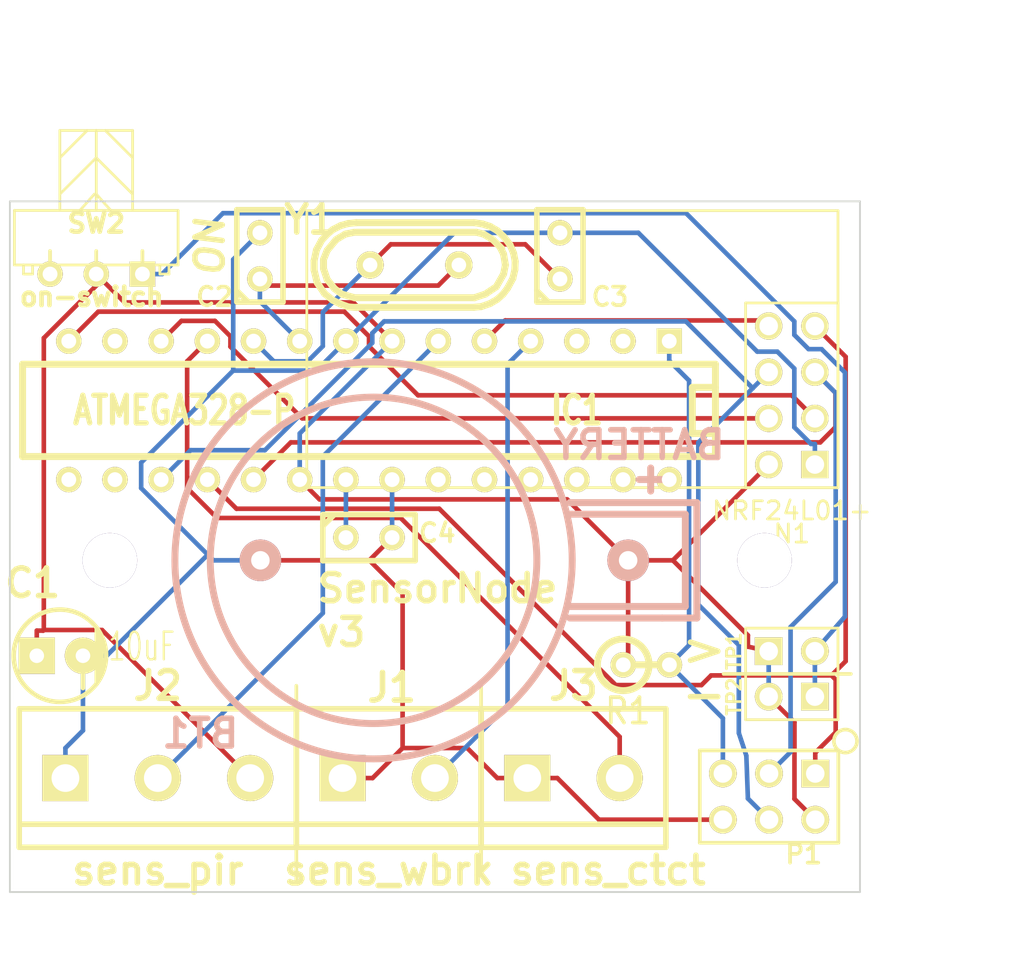
<source format=kicad_pcb>
(kicad_pcb (version 3) (host pcbnew "(2013-12-03 BZR 4520)-product")

  (general
    (links 42)
    (no_connects 0)
    (area 107.850648 22.25 180.150872 72.500001)
    (thickness 1.6)
    (drawings 15)
    (tracks 162)
    (zones 0)
    (modules 18)
    (nets 17)
  )

  (page A4)
  (title_block
    (title SensorNode)
    (rev 3)
    (company cdc)
  )

  (layers
    (15 F.Cu signal)
    (0 B.Cu signal)
    (16 B.Adhes user)
    (17 F.Adhes user)
    (18 B.Paste user)
    (19 F.Paste user)
    (20 B.SilkS user)
    (21 F.SilkS user)
    (22 B.Mask user)
    (23 F.Mask user)
    (26 Eco1.User user)
    (28 Edge.Cuts user)
  )

  (setup
    (last_trace_width 0.254)
    (trace_clearance 0.254)
    (zone_clearance 0.508)
    (zone_45_only no)
    (trace_min 0.254)
    (segment_width 0.2)
    (edge_width 0.1)
    (via_size 0.889)
    (via_drill 0.635)
    (via_min_size 0.889)
    (via_min_drill 0.508)
    (uvia_size 0.508)
    (uvia_drill 0.127)
    (uvias_allowed no)
    (uvia_min_size 0.508)
    (uvia_min_drill 0.127)
    (pcb_text_width 0.3)
    (pcb_text_size 1.5 1.5)
    (mod_edge_width 0.15)
    (mod_text_size 1 1)
    (mod_text_width 0.15)
    (pad_size 1.5 1.5)
    (pad_drill 1.016)
    (pad_to_mask_clearance 0)
    (aux_axis_origin 0 0)
    (visible_elements FFFFFE3F)
    (pcbplotparams
      (layerselection 271613953)
      (usegerberextensions true)
      (excludeedgelayer true)
      (linewidth 0.150000)
      (plotframeref true)
      (viasonmask false)
      (mode 1)
      (useauxorigin true)
      (hpglpennumber 1)
      (hpglpenspeed 20)
      (hpglpendiameter 15)
      (hpglpenoverlay 2)
      (psnegative false)
      (psa4output false)
      (plotreference true)
      (plotvalue true)
      (plotothertext true)
      (plotinvisibletext false)
      (padsonsilk false)
      (subtractmaskfromsilk false)
      (outputformat 1)
      (mirror false)
      (drillshape 0)
      (scaleselection 1)
      (outputdirectory gerbers3))
  )

  (net 0 "")
  (net 1 +3.3V)
  (net 2 GND)
  (net 3 "Net-(C2-Pad1)")
  (net 4 "Net-(C3-Pad1)")
  (net 5 "Net-(C4-Pad1)")
  (net 6 "Net-(IC1-Pad1)")
  (net 7 "Net-(IC1-Pad11)")
  (net 8 "Net-(IC1-Pad12)")
  (net 9 "Net-(IC1-Pad14)")
  (net 10 "Net-(IC1-Pad17)")
  (net 11 "Net-(IC1-Pad18)")
  (net 12 "Net-(IC1-Pad19)")
  (net 13 "Net-(IC1-Pad4)")
  (net 14 "Net-(IC1-Pad5)")
  (net 15 "Net-(IC1-Pad6)")
  (net 16 "Net-(SW2-Pad1)")

  (net_class Default "This is the default net class."
    (clearance 0.254)
    (trace_width 0.254)
    (via_dia 0.889)
    (via_drill 0.635)
    (uvia_dia 0.508)
    (uvia_drill 0.127)
    (add_net "")
    (add_net +3.3V)
    (add_net GND)
    (add_net "Net-(C2-Pad1)")
    (add_net "Net-(C3-Pad1)")
    (add_net "Net-(C4-Pad1)")
    (add_net "Net-(IC1-Pad1)")
    (add_net "Net-(IC1-Pad11)")
    (add_net "Net-(IC1-Pad12)")
    (add_net "Net-(IC1-Pad14)")
    (add_net "Net-(IC1-Pad17)")
    (add_net "Net-(IC1-Pad18)")
    (add_net "Net-(IC1-Pad19)")
    (add_net "Net-(IC1-Pad4)")
    (add_net "Net-(IC1-Pad5)")
    (add_net "Net-(IC1-Pad6)")
    (add_net "Net-(SW2-Pad1)")
  )

  (module Capacitors:CP_5x11mm (layer F.Cu) (tedit 528D4001) (tstamp 528B5FF8)
    (at 122.25 55.5 270)
    (descr "Capacitor, pol, cyl 5x11mm")
    (path /528A62BC)
    (fp_text reference C1 (at -4 1.5 360) (layer F.SilkS)
      (effects (font (thickness 0.3048)))
    )
    (fp_text value 10uF (at -0.5 -4.5 360) (layer F.SilkS)
      (effects (font (size 1.524 1) (thickness 0.125)))
    )
    (fp_line (start 0.889 -1.27) (end 1.778 -1.27) (layer F.SilkS) (width 0.254))
    (fp_line (start 1.016 -2.286) (end -1.016 -2.286) (layer F.SilkS) (width 0.254))
    (fp_line (start -1.016 -2.286) (end -1.016 -2.159) (layer F.SilkS) (width 0.254))
    (fp_line (start -1.016 -2.159) (end 1.016 -2.159) (layer F.SilkS) (width 0.254))
    (fp_line (start -1.524 -2.032) (end 1.524 -2.032) (layer F.SilkS) (width 0.254))
    (fp_circle (center 0 0) (end -2.54 0) (layer F.SilkS) (width 0.254))
    (pad 1 thru_hole rect (at 0 1.27 270) (size 1.99898 1.99898) (drill 0.8001) (layers *.Cu *.Mask F.SilkS)
      (net 1 +3.3V))
    (pad 2 thru_hole circle (at 0 -1.27 270) (size 1.99898 1.99898) (drill 0.8001) (layers *.Cu *.Mask F.SilkS)
      (net 2 GND))
    (model discret/Capacitor/cp_5x11mm.wrl
      (at (xyz 0 0 0))
      (scale (xyz 1 1 1))
      (rotate (xyz 0 0 0))
    )
  )

  (module Discret:C1 (layer F.Cu) (tedit 528D42A6) (tstamp 528B60F4)
    (at 133.25 33.5 90)
    (descr "Condensateur e = 1 pas")
    (tags C)
    (path /52860F2D)
    (fp_text reference C2 (at -2.25 -2.5 180) (layer F.SilkS)
      (effects (font (size 1.016 1.016) (thickness 0.2032)))
    )
    (fp_text value 22pF (at 0 -2.286 90) (layer F.SilkS) hide
      (effects (font (size 1.016 1.016) (thickness 0.2032)))
    )
    (fp_line (start -2.4892 -1.27) (end 2.54 -1.27) (layer F.SilkS) (width 0.3048))
    (fp_line (start 2.54 -1.27) (end 2.54 1.27) (layer F.SilkS) (width 0.3048))
    (fp_line (start 2.54 1.27) (end -2.54 1.27) (layer F.SilkS) (width 0.3048))
    (fp_line (start -2.54 1.27) (end -2.54 -1.27) (layer F.SilkS) (width 0.3048))
    (fp_line (start -2.54 -0.635) (end -1.905 -1.27) (layer F.SilkS) (width 0.3048))
    (pad 1 thru_hole circle (at -1.27 0 90) (size 1.397 1.397) (drill 0.8128) (layers *.Cu *.Mask F.SilkS)
      (net 3 "Net-(C2-Pad1)"))
    (pad 2 thru_hole circle (at 1.27 0 90) (size 1.397 1.397) (drill 0.8128) (layers *.Cu *.Mask F.SilkS)
      (net 2 GND))
    (model discret/capa_1_pas.wrl
      (at (xyz 0 0 0))
      (scale (xyz 1 1 1))
      (rotate (xyz 0 0 0))
    )
  )

  (module Discret:C1 (layer F.Cu) (tedit 528D429B) (tstamp 528A83DC)
    (at 149.75 33.5 90)
    (descr "Condensateur e = 1 pas")
    (tags C)
    (path /52860F41)
    (fp_text reference C3 (at -2.25 2.75 360) (layer F.SilkS)
      (effects (font (size 1.016 1.016) (thickness 0.2032)))
    )
    (fp_text value 22pF (at 0 -2.286 90) (layer F.SilkS) hide
      (effects (font (size 1.016 1.016) (thickness 0.2032)))
    )
    (fp_line (start -2.4892 -1.27) (end 2.54 -1.27) (layer F.SilkS) (width 0.3048))
    (fp_line (start 2.54 -1.27) (end 2.54 1.27) (layer F.SilkS) (width 0.3048))
    (fp_line (start 2.54 1.27) (end -2.54 1.27) (layer F.SilkS) (width 0.3048))
    (fp_line (start -2.54 1.27) (end -2.54 -1.27) (layer F.SilkS) (width 0.3048))
    (fp_line (start -2.54 -0.635) (end -1.905 -1.27) (layer F.SilkS) (width 0.3048))
    (pad 1 thru_hole circle (at -1.27 0 90) (size 1.397 1.397) (drill 0.8128) (layers *.Cu *.Mask F.SilkS)
      (net 4 "Net-(C3-Pad1)"))
    (pad 2 thru_hole circle (at 1.27 0 90) (size 1.397 1.397) (drill 0.8128) (layers *.Cu *.Mask F.SilkS)
      (net 2 GND))
    (model discret/capa_1_pas.wrl
      (at (xyz 0 0 0))
      (scale (xyz 1 1 1))
      (rotate (xyz 0 0 0))
    )
  )

  (module Discret:C1 (layer F.Cu) (tedit 528D46F0) (tstamp 528A83E7)
    (at 139.25 49)
    (descr "Condensateur e = 1 pas")
    (tags C)
    (path /5288D55A)
    (fp_text reference C4 (at 3.75 -0.25) (layer F.SilkS)
      (effects (font (size 1.016 1.016) (thickness 0.2032)))
    )
    (fp_text value 100nF (at 0 -2.286) (layer F.SilkS) hide
      (effects (font (size 1.016 1.016) (thickness 0.2032)))
    )
    (fp_line (start -2.4892 -1.27) (end 2.54 -1.27) (layer F.SilkS) (width 0.3048))
    (fp_line (start 2.54 -1.27) (end 2.54 1.27) (layer F.SilkS) (width 0.3048))
    (fp_line (start 2.54 1.27) (end -2.54 1.27) (layer F.SilkS) (width 0.3048))
    (fp_line (start -2.54 1.27) (end -2.54 -1.27) (layer F.SilkS) (width 0.3048))
    (fp_line (start -2.54 -0.635) (end -1.905 -1.27) (layer F.SilkS) (width 0.3048))
    (pad 1 thru_hole circle (at -1.27 0) (size 1.397 1.397) (drill 0.8128) (layers *.Cu *.Mask F.SilkS)
      (net 5 "Net-(C4-Pad1)"))
    (pad 2 thru_hole circle (at 1.27 0) (size 1.397 1.397) (drill 0.8128) (layers *.Cu *.Mask F.SilkS)
      (net 2 GND))
    (model discret/capa_1_pas.wrl
      (at (xyz 0 0 0))
      (scale (xyz 1 1 1))
      (rotate (xyz 0 0 0))
    )
  )

  (module DIP_Sockets:DIP-28__300 (layer F.Cu) (tedit 200000) (tstamp 528A840E)
    (at 139.25 42 180)
    (descr "28 pins DIL package, round pads, width 300mil")
    (tags DIL)
    (path /52860EE1)
    (fp_text reference IC1 (at -11.43 0 180) (layer F.SilkS)
      (effects (font (size 1.524 1.143) (thickness 0.3048)))
    )
    (fp_text value ATMEGA328-P (at 10.16 0 180) (layer F.SilkS)
      (effects (font (size 1.524 1.143) (thickness 0.3048)))
    )
    (fp_line (start -19.05 -2.54) (end 19.05 -2.54) (layer F.SilkS) (width 0.381))
    (fp_line (start 19.05 -2.54) (end 19.05 2.54) (layer F.SilkS) (width 0.381))
    (fp_line (start 19.05 2.54) (end -19.05 2.54) (layer F.SilkS) (width 0.381))
    (fp_line (start -19.05 2.54) (end -19.05 -2.54) (layer F.SilkS) (width 0.381))
    (fp_line (start -19.05 -1.27) (end -17.78 -1.27) (layer F.SilkS) (width 0.381))
    (fp_line (start -17.78 -1.27) (end -17.78 1.27) (layer F.SilkS) (width 0.381))
    (fp_line (start -17.78 1.27) (end -19.05 1.27) (layer F.SilkS) (width 0.381))
    (pad 2 thru_hole circle (at -13.97 3.81 180) (size 1.397 1.397) (drill 0.8128) (layers *.Cu *.Mask F.SilkS))
    (pad 3 thru_hole circle (at -11.43 3.81 180) (size 1.397 1.397) (drill 0.8128) (layers *.Cu *.Mask F.SilkS))
    (pad 4 thru_hole circle (at -8.89 3.81 180) (size 1.397 1.397) (drill 0.8128) (layers *.Cu *.Mask F.SilkS)
      (net 13 "Net-(IC1-Pad4)"))
    (pad 5 thru_hole circle (at -6.35 3.81 180) (size 1.397 1.397) (drill 0.8128) (layers *.Cu *.Mask F.SilkS)
      (net 14 "Net-(IC1-Pad5)"))
    (pad 6 thru_hole circle (at -3.81 3.81 180) (size 1.397 1.397) (drill 0.8128) (layers *.Cu *.Mask F.SilkS)
      (net 15 "Net-(IC1-Pad6)"))
    (pad 7 thru_hole circle (at -1.27 3.81 180) (size 1.397 1.397) (drill 0.8128) (layers *.Cu *.Mask F.SilkS)
      (net 1 +3.3V))
    (pad 8 thru_hole circle (at 1.27 3.81 180) (size 1.397 1.397) (drill 0.8128) (layers *.Cu *.Mask F.SilkS)
      (net 2 GND))
    (pad 9 thru_hole circle (at 3.81 3.81 180) (size 1.397 1.397) (drill 0.8128) (layers *.Cu *.Mask F.SilkS)
      (net 3 "Net-(C2-Pad1)"))
    (pad 10 thru_hole circle (at 6.35 3.81 180) (size 1.397 1.397) (drill 0.8128) (layers *.Cu *.Mask F.SilkS)
      (net 4 "Net-(C3-Pad1)"))
    (pad 11 thru_hole circle (at 8.89 3.81 180) (size 1.397 1.397) (drill 0.8128) (layers *.Cu *.Mask F.SilkS)
      (net 7 "Net-(IC1-Pad11)"))
    (pad 12 thru_hole circle (at 11.43 3.81 180) (size 1.397 1.397) (drill 0.8128) (layers *.Cu *.Mask F.SilkS)
      (net 8 "Net-(IC1-Pad12)"))
    (pad 13 thru_hole circle (at 13.97 3.81 180) (size 1.397 1.397) (drill 0.8128) (layers *.Cu *.Mask F.SilkS))
    (pad 14 thru_hole circle (at 16.51 3.81 180) (size 1.397 1.397) (drill 0.8128) (layers *.Cu *.Mask F.SilkS)
      (net 9 "Net-(IC1-Pad14)"))
    (pad 1 thru_hole rect (at -16.51 3.81 180) (size 1.397 1.397) (drill 0.8128) (layers *.Cu *.Mask F.SilkS)
      (net 6 "Net-(IC1-Pad1)"))
    (pad 15 thru_hole circle (at 16.51 -3.81 180) (size 1.397 1.397) (drill 0.8128) (layers *.Cu *.Mask F.SilkS))
    (pad 16 thru_hole circle (at 13.97 -3.81 180) (size 1.397 1.397) (drill 0.8128) (layers *.Cu *.Mask F.SilkS))
    (pad 17 thru_hole circle (at 11.43 -3.81 180) (size 1.397 1.397) (drill 0.8128) (layers *.Cu *.Mask F.SilkS)
      (net 10 "Net-(IC1-Pad17)"))
    (pad 18 thru_hole circle (at 8.89 -3.81 180) (size 1.397 1.397) (drill 0.8128) (layers *.Cu *.Mask F.SilkS)
      (net 11 "Net-(IC1-Pad18)"))
    (pad 19 thru_hole circle (at 6.35 -3.81 180) (size 1.397 1.397) (drill 0.8128) (layers *.Cu *.Mask F.SilkS)
      (net 12 "Net-(IC1-Pad19)"))
    (pad 20 thru_hole circle (at 3.81 -3.81 180) (size 1.397 1.397) (drill 0.8128) (layers *.Cu *.Mask F.SilkS)
      (net 1 +3.3V))
    (pad 21 thru_hole circle (at 1.27 -3.81 180) (size 1.397 1.397) (drill 0.8128) (layers *.Cu *.Mask F.SilkS)
      (net 5 "Net-(C4-Pad1)"))
    (pad 22 thru_hole circle (at -1.27 -3.81 180) (size 1.397 1.397) (drill 0.8128) (layers *.Cu *.Mask F.SilkS)
      (net 2 GND))
    (pad 23 thru_hole circle (at -3.81 -3.81 180) (size 1.397 1.397) (drill 0.8128) (layers *.Cu *.Mask F.SilkS))
    (pad 24 thru_hole circle (at -6.35 -3.81 180) (size 1.397 1.397) (drill 0.8128) (layers *.Cu *.Mask F.SilkS))
    (pad 25 thru_hole circle (at -8.89 -3.81 180) (size 1.397 1.397) (drill 0.8128) (layers *.Cu *.Mask F.SilkS))
    (pad 26 thru_hole circle (at -11.43 -3.81 180) (size 1.397 1.397) (drill 0.8128) (layers *.Cu *.Mask F.SilkS))
    (pad 27 thru_hole circle (at -13.97 -3.81 180) (size 1.397 1.397) (drill 0.8128) (layers *.Cu *.Mask F.SilkS))
    (pad 28 thru_hole circle (at -16.51 -3.81 180) (size 1.397 1.397) (drill 0.8128) (layers *.Cu *.Mask F.SilkS))
    (model dil/dil_28-w300.wrl
      (at (xyz 0 0 0))
      (scale (xyz 1 1 1))
      (rotate (xyz 0 0 0))
    )
  )

  (module pin_array:pin_array_3x2 (layer F.Cu) (tedit 528B61A3) (tstamp 528A8440)
    (at 161.25 63.25 180)
    (descr "Double rangee de contacts 2 x 4 pins")
    (tags CONN)
    (path /528616B4)
    (fp_text reference P1 (at -1.905 -3.175 360) (layer F.SilkS)
      (effects (font (size 1.016 1.016) (thickness 0.2032)))
    )
    (fp_text value icsp (at 0 3.81 180) (layer F.SilkS) hide
      (effects (font (size 1.016 1.016) (thickness 0.2032)))
    )
    (fp_line (start 3.81 2.54) (end -3.81 2.54) (layer F.SilkS) (width 0.2032))
    (fp_line (start -3.81 -2.54) (end 3.81 -2.54) (layer F.SilkS) (width 0.2032))
    (fp_line (start 3.81 -2.54) (end 3.81 2.54) (layer F.SilkS) (width 0.2032))
    (fp_line (start -3.81 2.54) (end -3.81 -2.54) (layer F.SilkS) (width 0.2032))
    (pad 1 thru_hole rect (at -2.54 1.27 180) (size 1.524 1.524) (drill 1.016) (layers *.Cu *.Mask F.SilkS)
      (net 11 "Net-(IC1-Pad18)"))
    (pad 2 thru_hole circle (at -2.54 -1.27 180) (size 1.524 1.524) (drill 1.016) (layers *.Cu *.Mask F.SilkS)
      (net 1 +3.3V))
    (pad 3 thru_hole circle (at 0 1.27 180) (size 1.524 1.524) (drill 1.016) (layers *.Cu *.Mask F.SilkS)
      (net 12 "Net-(IC1-Pad19)"))
    (pad 4 thru_hole circle (at 0 -1.27 180) (size 1.524 1.524) (drill 1.016) (layers *.Cu *.Mask F.SilkS)
      (net 10 "Net-(IC1-Pad17)"))
    (pad 5 thru_hole circle (at 2.54 1.27 180) (size 1.524 1.524) (drill 1.016) (layers *.Cu *.Mask F.SilkS)
      (net 6 "Net-(IC1-Pad1)"))
    (pad 6 thru_hole circle (at 2.54 -1.27 180) (size 1.524 1.524) (drill 1.016) (layers *.Cu *.Mask F.SilkS)
      (net 2 GND))
    (model pin_array/pins_array_3x2.wrl
      (at (xyz 0 0 0))
      (scale (xyz 1 1 1))
      (rotate (xyz 0 0 0))
    )
  )

  (module Discret:R1 (layer F.Cu) (tedit 200000) (tstamp 528A8466)
    (at 154.5 56)
    (descr "Resistance verticale")
    (tags R)
    (path /528615E3)
    (autoplace_cost90 10)
    (autoplace_cost180 10)
    (fp_text reference R1 (at -1.016 2.54) (layer F.SilkS)
      (effects (font (size 1.397 1.27) (thickness 0.2032)))
    )
    (fp_text value 10k (at -1.143 2.54) (layer F.SilkS) hide
      (effects (font (size 1.397 1.27) (thickness 0.2032)))
    )
    (fp_line (start -1.27 0) (end 1.27 0) (layer F.SilkS) (width 0.381))
    (fp_circle (center -1.27 0) (end -0.635 1.27) (layer F.SilkS) (width 0.381))
    (pad 1 thru_hole circle (at -1.27 0) (size 1.397 1.397) (drill 0.8128) (layers *.Cu *.Mask F.SilkS)
      (net 1 +3.3V))
    (pad 2 thru_hole circle (at 1.27 0) (size 1.397 1.397) (drill 0.8128) (layers *.Cu *.Mask F.SilkS)
      (net 6 "Net-(IC1-Pad1)"))
    (model discret/verti_resistor.wrl
      (at (xyz 0 0 0))
      (scale (xyz 1 1 1))
      (rotate (xyz 0 0 0))
    )
  )

  (module pin_array:PIN_ARRAY_2X1 (layer F.Cu) (tedit 528B605A) (tstamp 528D577F)
    (at 162.5 55.25)
    (descr "Connecteurs 2 pins")
    (tags "CONN DEV")
    (path /528639E6)
    (fp_text reference TP1 (at -3.175 0 90) (layer F.SilkS)
      (effects (font (size 0.762 0.762) (thickness 0.1524)))
    )
    (fp_text value "V test" (at 0 -1.905) (layer F.SilkS) hide
      (effects (font (size 0.762 0.762) (thickness 0.1524)))
    )
    (fp_line (start -2.54 1.27) (end -2.54 -1.27) (layer F.SilkS) (width 0.1524))
    (fp_line (start -2.54 -1.27) (end 2.54 -1.27) (layer F.SilkS) (width 0.1524))
    (fp_line (start 2.54 -1.27) (end 2.54 1.27) (layer F.SilkS) (width 0.1524))
    (fp_line (start 2.54 1.27) (end -2.54 1.27) (layer F.SilkS) (width 0.1524))
    (pad 1 thru_hole rect (at -1.27 0) (size 1.524 1.524) (drill 1.016) (layers *.Cu *.Mask F.SilkS)
      (net 1 +3.3V))
    (pad 2 thru_hole circle (at 1.27 0) (size 1.524 1.524) (drill 1.016) (layers *.Cu *.Mask F.SilkS)
      (net 16 "Net-(SW2-Pad1)"))
    (model pin_array/pins_array_2x1.wrl
      (at (xyz 0 0 0))
      (scale (xyz 1 1 1))
      (rotate (xyz 0 0 0))
    )
  )

  (module pin_array:PIN_ARRAY_2X1 (layer F.Cu) (tedit 528B6051) (tstamp 528D5774)
    (at 162.5 57.75 180)
    (descr "Connecteurs 2 pins")
    (tags "CONN DEV")
    (path /528612BE)
    (fp_text reference TP2 (at 3.175 0 270) (layer F.SilkS)
      (effects (font (size 0.762 0.762) (thickness 0.1524)))
    )
    (fp_text value "I test" (at 0 -1.905 180) (layer F.SilkS) hide
      (effects (font (size 0.762 0.762) (thickness 0.1524)))
    )
    (fp_line (start -2.54 1.27) (end -2.54 -1.27) (layer F.SilkS) (width 0.1524))
    (fp_line (start -2.54 -1.27) (end 2.54 -1.27) (layer F.SilkS) (width 0.1524))
    (fp_line (start 2.54 -1.27) (end 2.54 1.27) (layer F.SilkS) (width 0.1524))
    (fp_line (start 2.54 1.27) (end -2.54 1.27) (layer F.SilkS) (width 0.1524))
    (pad 1 thru_hole rect (at -1.27 0 180) (size 1.524 1.524) (drill 1.016) (layers *.Cu *.Mask F.SilkS)
      (net 16 "Net-(SW2-Pad1)"))
    (pad 2 thru_hole circle (at 1.27 0 180) (size 1.524 1.524) (drill 1.016) (layers *.Cu *.Mask F.SilkS)
      (net 1 +3.3V))
    (model pin_array/pins_array_2x1.wrl
      (at (xyz 0 0 0))
      (scale (xyz 1 1 1))
      (rotate (xyz 0 0 0))
    )
  )

  (module Crystals:Crystal_HC49-U_Vertical_RevA_09Aug2010 (layer F.Cu) (tedit 528D46DC) (tstamp 528A84DA)
    (at 141.75 34)
    (descr "Crystal, Quarz, HC49/U, vertical, stehend,")
    (tags "Crystal, Quarz, HC49/U, vertical, stehend,")
    (path /52860F05)
    (fp_text reference Y1 (at -5.75 -2.5) (layer F.SilkS)
      (effects (font (thickness 0.3048)))
    )
    (fp_text value 8MHz (at 0 3.81) (layer F.SilkS) hide
      (effects (font (thickness 0.3048)))
    )
    (fp_line (start 4.699 -1.00076) (end 4.89966 -0.59944) (layer F.SilkS) (width 0.381))
    (fp_line (start 4.89966 -0.59944) (end 5.00126 0) (layer F.SilkS) (width 0.381))
    (fp_line (start 5.00126 0) (end 4.89966 0.50038) (layer F.SilkS) (width 0.381))
    (fp_line (start 4.89966 0.50038) (end 4.50088 1.19888) (layer F.SilkS) (width 0.381))
    (fp_line (start 4.50088 1.19888) (end 3.8989 1.6002) (layer F.SilkS) (width 0.381))
    (fp_line (start 3.8989 1.6002) (end 3.29946 1.80086) (layer F.SilkS) (width 0.381))
    (fp_line (start 3.29946 1.80086) (end -3.29946 1.80086) (layer F.SilkS) (width 0.381))
    (fp_line (start -3.29946 1.80086) (end -4.0005 1.6002) (layer F.SilkS) (width 0.381))
    (fp_line (start -4.0005 1.6002) (end -4.39928 1.30048) (layer F.SilkS) (width 0.381))
    (fp_line (start -4.39928 1.30048) (end -4.8006 0.8001) (layer F.SilkS) (width 0.381))
    (fp_line (start -4.8006 0.8001) (end -5.00126 0.20066) (layer F.SilkS) (width 0.381))
    (fp_line (start -5.00126 0.20066) (end -5.00126 -0.29972) (layer F.SilkS) (width 0.381))
    (fp_line (start -5.00126 -0.29972) (end -4.8006 -0.8001) (layer F.SilkS) (width 0.381))
    (fp_line (start -4.8006 -0.8001) (end -4.30022 -1.39954) (layer F.SilkS) (width 0.381))
    (fp_line (start -4.30022 -1.39954) (end -3.79984 -1.69926) (layer F.SilkS) (width 0.381))
    (fp_line (start -3.79984 -1.69926) (end -3.29946 -1.80086) (layer F.SilkS) (width 0.381))
    (fp_line (start -3.2004 -1.80086) (end 3.40106 -1.80086) (layer F.SilkS) (width 0.381))
    (fp_line (start 3.40106 -1.80086) (end 3.79984 -1.69926) (layer F.SilkS) (width 0.381))
    (fp_line (start 3.79984 -1.69926) (end 4.30022 -1.39954) (layer F.SilkS) (width 0.381))
    (fp_line (start 4.30022 -1.39954) (end 4.8006 -0.89916) (layer F.SilkS) (width 0.381))
    (fp_line (start -3.19024 -2.32918) (end -3.64998 -2.28092) (layer F.SilkS) (width 0.381))
    (fp_line (start -3.64998 -2.28092) (end -4.04876 -2.16916) (layer F.SilkS) (width 0.381))
    (fp_line (start -4.04876 -2.16916) (end -4.48056 -1.95072) (layer F.SilkS) (width 0.381))
    (fp_line (start -4.48056 -1.95072) (end -4.77012 -1.71958) (layer F.SilkS) (width 0.381))
    (fp_line (start -4.77012 -1.71958) (end -5.10032 -1.36906) (layer F.SilkS) (width 0.381))
    (fp_line (start -5.10032 -1.36906) (end -5.38988 -0.83058) (layer F.SilkS) (width 0.381))
    (fp_line (start -5.38988 -0.83058) (end -5.51942 -0.23114) (layer F.SilkS) (width 0.381))
    (fp_line (start -5.51942 -0.23114) (end -5.51942 0.2794) (layer F.SilkS) (width 0.381))
    (fp_line (start -5.51942 0.2794) (end -5.34924 0.98044) (layer F.SilkS) (width 0.381))
    (fp_line (start -5.34924 0.98044) (end -4.95046 1.56972) (layer F.SilkS) (width 0.381))
    (fp_line (start -4.95046 1.56972) (end -4.49072 1.94056) (layer F.SilkS) (width 0.381))
    (fp_line (start -4.49072 1.94056) (end -4.06908 2.14884) (layer F.SilkS) (width 0.381))
    (fp_line (start -4.06908 2.14884) (end -3.6195 2.30886) (layer F.SilkS) (width 0.381))
    (fp_line (start -3.6195 2.30886) (end -3.18008 2.33934) (layer F.SilkS) (width 0.381))
    (fp_line (start 4.16052 2.1209) (end 4.53898 1.89992) (layer F.SilkS) (width 0.381))
    (fp_line (start 4.53898 1.89992) (end 4.85902 1.62052) (layer F.SilkS) (width 0.381))
    (fp_line (start 4.85902 1.62052) (end 5.11048 1.29032) (layer F.SilkS) (width 0.381))
    (fp_line (start 5.11048 1.29032) (end 5.4102 0.73914) (layer F.SilkS) (width 0.381))
    (fp_line (start 5.4102 0.73914) (end 5.51942 0.26924) (layer F.SilkS) (width 0.381))
    (fp_line (start 5.51942 0.26924) (end 5.53974 -0.1905) (layer F.SilkS) (width 0.381))
    (fp_line (start 5.53974 -0.1905) (end 5.45084 -0.65024) (layer F.SilkS) (width 0.381))
    (fp_line (start 5.45084 -0.65024) (end 5.26034 -1.09982) (layer F.SilkS) (width 0.381))
    (fp_line (start 5.26034 -1.09982) (end 4.89966 -1.56972) (layer F.SilkS) (width 0.381))
    (fp_line (start 4.89966 -1.56972) (end 4.54914 -1.88976) (layer F.SilkS) (width 0.381))
    (fp_line (start 4.54914 -1.88976) (end 4.16052 -2.1209) (layer F.SilkS) (width 0.381))
    (fp_line (start 4.16052 -2.1209) (end 3.73126 -2.2606) (layer F.SilkS) (width 0.381))
    (fp_line (start 3.73126 -2.2606) (end 3.2893 -2.32918) (layer F.SilkS) (width 0.381))
    (fp_line (start -3.2004 2.32918) (end 3.2512 2.32918) (layer F.SilkS) (width 0.381))
    (fp_line (start 3.2512 2.32918) (end 3.6703 2.29108) (layer F.SilkS) (width 0.381))
    (fp_line (start 3.6703 2.29108) (end 4.16052 2.1209) (layer F.SilkS) (width 0.381))
    (fp_line (start -3.2004 -2.32918) (end 3.2512 -2.32918) (layer F.SilkS) (width 0.381))
    (pad 1 thru_hole circle (at -2.44094 0) (size 1.50114 1.50114) (drill 0.8001) (layers *.Cu *.Mask F.SilkS)
      (net 4 "Net-(C3-Pad1)"))
    (pad 2 thru_hole circle (at 2.44094 0) (size 1.50114 1.50114) (drill 0.8001) (layers *.Cu *.Mask F.SilkS)
      (net 3 "Net-(C2-Pad1)"))
  )

  (module Connect:bornier2 (layer F.Cu) (tedit 528D4778) (tstamp 528B2789)
    (at 140.335 62.23)
    (descr "Bornier d'alimentation 2 pins")
    (tags DEV)
    (path /52861644)
    (fp_text reference J1 (at 0.165 -4.98) (layer F.SilkS)
      (effects (font (thickness 0.3048)))
    )
    (fp_text value sens_wbrk (at 0 5.08) (layer F.SilkS)
      (effects (font (thickness 0.3048)))
    )
    (fp_line (start 5.08 2.54) (end -5.08 2.54) (layer F.SilkS) (width 0.3048))
    (fp_line (start 5.08 3.81) (end 5.08 -3.81) (layer F.SilkS) (width 0.3048))
    (fp_line (start 5.08 -3.81) (end -5.08 -3.81) (layer F.SilkS) (width 0.3048))
    (fp_line (start -5.08 -3.81) (end -5.08 3.81) (layer F.SilkS) (width 0.3048))
    (fp_line (start -5.08 3.81) (end 5.08 3.81) (layer F.SilkS) (width 0.3048))
    (pad 1 thru_hole rect (at -2.54 0) (size 2.54 2.54) (drill 1.524) (layers *.Cu *.Mask F.SilkS)
      (net 2 GND))
    (pad 2 thru_hole circle (at 2.54 0) (size 2.54 2.54) (drill 1.524) (layers *.Cu *.Mask F.SilkS)
      (net 13 "Net-(IC1-Pad4)"))
    (model Device/bornier_2.wrl
      (at (xyz 0 0 0))
      (scale (xyz 1 1 1))
      (rotate (xyz 0 0 0))
    )
  )

  (module Connect:bornier3 (layer F.Cu) (tedit 3EC0ECFA) (tstamp 528B2795)
    (at 127.635 62.23)
    (descr "Bornier d'alimentation 3 pins")
    (tags DEV)
    (path /52861658)
    (fp_text reference J2 (at 0 -5.08) (layer F.SilkS)
      (effects (font (thickness 0.3048)))
    )
    (fp_text value sens_pir (at 0 5.08) (layer F.SilkS)
      (effects (font (thickness 0.3048)))
    )
    (fp_line (start -7.62 3.81) (end -7.62 -3.81) (layer F.SilkS) (width 0.3048))
    (fp_line (start 7.62 3.81) (end 7.62 -3.81) (layer F.SilkS) (width 0.3048))
    (fp_line (start -7.62 2.54) (end 7.62 2.54) (layer F.SilkS) (width 0.3048))
    (fp_line (start -7.62 -3.81) (end 7.62 -3.81) (layer F.SilkS) (width 0.3048))
    (fp_line (start -7.62 3.81) (end 7.62 3.81) (layer F.SilkS) (width 0.3048))
    (pad 1 thru_hole rect (at -5.08 0) (size 2.54 2.54) (drill 1.524) (layers *.Cu *.Mask F.SilkS)
      (net 2 GND))
    (pad 2 thru_hole circle (at 0 0) (size 2.54 2.54) (drill 1.524) (layers *.Cu *.Mask F.SilkS)
      (net 15 "Net-(IC1-Pad6)"))
    (pad 3 thru_hole circle (at 5.08 0) (size 2.54 2.54) (drill 1.524) (layers *.Cu *.Mask F.SilkS)
      (net 1 +3.3V))
    (model Device/bornier_3.wrl
      (at (xyz 0 0 0))
      (scale (xyz 1 1 1))
      (rotate (xyz 0 0 0))
    )
  )

  (module Connect:bornier2 (layer F.Cu) (tedit 528B5FF5) (tstamp 528B27A0)
    (at 150.495 62.23)
    (descr "Bornier d'alimentation 2 pins")
    (tags DEV)
    (path /52861630)
    (fp_text reference J3 (at 0 -5.08) (layer F.SilkS)
      (effects (font (thickness 0.3048)))
    )
    (fp_text value sens_ctct (at 1.905 5.08) (layer F.SilkS)
      (effects (font (thickness 0.3048)))
    )
    (fp_line (start 5.08 2.54) (end -5.08 2.54) (layer F.SilkS) (width 0.3048))
    (fp_line (start 5.08 3.81) (end 5.08 -3.81) (layer F.SilkS) (width 0.3048))
    (fp_line (start 5.08 -3.81) (end -5.08 -3.81) (layer F.SilkS) (width 0.3048))
    (fp_line (start -5.08 -3.81) (end -5.08 3.81) (layer F.SilkS) (width 0.3048))
    (fp_line (start -5.08 3.81) (end 5.08 3.81) (layer F.SilkS) (width 0.3048))
    (pad 1 thru_hole rect (at -2.54 0) (size 2.54 2.54) (drill 1.524) (layers *.Cu *.Mask F.SilkS)
      (net 2 GND))
    (pad 2 thru_hole circle (at 2.54 0) (size 2.54 2.54) (drill 1.524) (layers *.Cu *.Mask F.SilkS)
      (net 7 "Net-(IC1-Pad11)"))
    (model Device/bornier_2.wrl
      (at (xyz 0 0 0))
      (scale (xyz 1 1 1))
      (rotate (xyz 0 0 0))
    )
  )

  (module MountingHole_RevA:MountingHole_3mm_RevA_Date21Jun2010 (layer F.Cu) (tedit 528B5F90) (tstamp 528D5869)
    (at 125 50.25)
    (descr "Mounting hole, Befestigungsbohrung, 3mm, No Annular, Kein Restring,")
    (tags "Mounting hole, Befestigungsbohrung, 3mm, No Annular, Kein Restring,")
    (path /528B36F0)
    (clearance 2)
    (fp_text reference MH1 (at 0 -4.0005) (layer F.SilkS) hide
      (effects (font (thickness 0.3048)))
    )
    (fp_text value MOUNTING_HOLE_PLACEHOLDER (at 1.00076 5.00126) (layer F.SilkS) hide
      (effects (font (thickness 0.3048)))
    )
    (fp_circle (center 0 0) (end 2.99974 0) (layer Cmts.User) (width 0.381))
    (pad 1 thru_hole circle (at 0 0) (size 2.99974 2.99974) (drill 2.99974) (layers))
  )

  (module MountingHole_RevA:MountingHole_3mm_RevA_Date21Jun2010 (layer F.Cu) (tedit 528B5F97) (tstamp 528D57C9)
    (at 161 50.25)
    (descr "Mounting hole, Befestigungsbohrung, 3mm, No Annular, Kein Restring,")
    (tags "Mounting hole, Befestigungsbohrung, 3mm, No Annular, Kein Restring,")
    (path /528B3712)
    (clearance 2)
    (fp_text reference MH2 (at 0 -4.0005) (layer F.SilkS) hide
      (effects (font (thickness 0.3048)))
    )
    (fp_text value MOUNTING_HOLE_PLACEHOLDER (at 1.00076 5.00126) (layer F.SilkS) hide
      (effects (font (thickness 0.3048)))
    )
    (fp_circle (center 0 0) (end 2.99974 0) (layer Cmts.User) (width 0.381))
    (pad 1 thru_hole circle (at 0 0) (size 2.99974 2.99974) (drill 2.99974) (layers))
  )

  (module cdc:MINSLIDE_SPDT (layer F.Cu) (tedit 528D3EC9) (tstamp 528CEB3C)
    (at 124.25 34.5 180)
    (descr "Connecteur 3 pins")
    (tags "CONN DEV")
    (path /52863BB7)
    (fp_text reference SW2 (at 0 2.794 180) (layer F.SilkS)
      (effects (font (size 1.016 1.016) (thickness 0.254)))
    )
    (fp_text value on-switch (at 0.25 -1.25 180) (layer F.SilkS)
      (effects (font (size 1.016 1.016) (thickness 0.254)))
    )
    (fp_line (start 0.1 4.4) (end 0.9 3.5) (layer F.SilkS) (width 0.15))
    (fp_line (start 0 4.4) (end -0.8 3.5) (layer F.SilkS) (width 0.15))
    (fp_line (start 4.5 0.5) (end 4.5 3.5) (layer F.SilkS) (width 0.15))
    (fp_line (start -4.5 0.5) (end -4.5 3.5) (layer F.SilkS) (width 0.15))
    (fp_line (start -4.5 3.5) (end 4.5 3.5) (layer F.SilkS) (width 0.15))
    (fp_line (start 4 0.5) (end 4 0) (layer F.SilkS) (width 0.15))
    (fp_line (start 4 0) (end 3.5 0) (layer F.SilkS) (width 0.15))
    (fp_line (start 3.5 0) (end 3.5 0.5) (layer F.SilkS) (width 0.15))
    (fp_line (start -4 0.5) (end -4 0) (layer F.SilkS) (width 0.15))
    (fp_line (start -4 0) (end -3.5 0) (layer F.SilkS) (width 0.15))
    (fp_line (start -3.5 0) (end -3.5 0.5) (layer F.SilkS) (width 0.15))
    (fp_line (start 0.5 7.9) (end 2 6.4) (layer F.SilkS) (width 0.15))
    (fp_line (start 0 6.4) (end 2 4.4) (layer F.SilkS) (width 0.15))
    (fp_line (start 0 6.4) (end -2 4.4) (layer F.SilkS) (width 0.15))
    (fp_line (start -2 6.4) (end -0.5 7.9) (layer F.SilkS) (width 0.15))
    (fp_line (start -2 3.6) (end -2 7.9) (layer F.SilkS) (width 0.15))
    (fp_line (start -2 7.9) (end 0 7.9) (layer F.SilkS) (width 0.15))
    (fp_line (start 0 3.6) (end 0 7.9) (layer F.SilkS) (width 0.15))
    (fp_line (start 0 7.9) (end 2 7.9) (layer F.SilkS) (width 0.15))
    (fp_line (start 2 7.9) (end 2 3.6) (layer F.SilkS) (width 0.15))
    (fp_line (start -4.5 0.5) (end 4.5 0.5) (layer F.SilkS) (width 0.15))
    (fp_line (start 2.54 0) (end 2.54 1.27) (layer F.SilkS) (width 0.2032))
    (fp_line (start 0 0) (end 0 1.27) (layer F.SilkS) (width 0.2032))
    (fp_line (start -2.54 0) (end -2.54 1.27) (layer F.SilkS) (width 0.2032))
    (pad 1 thru_hole rect (at -2.54 0 180) (size 1.397 1.397) (drill 0.8128) (layers *.Cu *.Mask F.SilkS)
      (net 16 "Net-(SW2-Pad1)"))
    (pad 2 thru_hole circle (at 0 0 180) (size 1.397 1.397) (drill 0.8128) (layers *.Cu *.Mask F.SilkS)
      (net 1 +3.3V))
    (pad 3 thru_hole circle (at 2.54 0 180) (size 1.397 1.397) (drill 0.8128) (layers *.Cu *.Mask F.SilkS))
    (model device/switch_slide_right_angle_terminal.wrl
      (at (xyz 0 0 0))
      (scale (xyz 0.33 0.33 0.33))
      (rotate (xyz 0 0 0))
    )
  )

  (module cdc:CR2032H (layer B.Cu) (tedit 528CF047) (tstamp 528CF1C6)
    (at 139.5 50.25)
    (path /52861561)
    (fp_text reference BT1 (at -9.525 9.525) (layer B.SilkS)
      (effects (font (thickness 0.3048)) (justify mirror))
    )
    (fp_text value BATTERY (at 14.605 -6.35) (layer B.SilkS)
      (effects (font (thickness 0.3048)) (justify mirror))
    )
    (fp_line (start 15.24 -3.81) (end 15.24 -5.08) (layer B.SilkS) (width 0.381))
    (fp_line (start 14.605 -4.445) (end 15.875 -4.445) (layer B.SilkS) (width 0.381))
    (fp_line (start 10.795 2.54) (end 17.145 2.54) (layer B.SilkS) (width 0.381))
    (fp_line (start 17.145 2.54) (end 17.145 -2.54) (layer B.SilkS) (width 0.381))
    (fp_line (start 17.145 -2.54) (end 10.795 -2.54) (layer B.SilkS) (width 0.381))
    (fp_line (start 17.145 3.175) (end 17.78 3.175) (layer B.SilkS) (width 0.381))
    (fp_line (start 17.78 3.175) (end 17.78 -3.175) (layer B.SilkS) (width 0.381))
    (fp_line (start 17.78 -3.175) (end 17.145 -3.175) (layer B.SilkS) (width 0.381))
    (fp_line (start 15.875 3.175) (end 17.145 3.175) (layer B.SilkS) (width 0.381))
    (fp_line (start 17.145 -3.175) (end 10.795 -3.175) (layer B.SilkS) (width 0.381))
    (fp_line (start 10.795 3.175) (end 15.875 3.175) (layer B.SilkS) (width 0.381))
    (fp_circle (center 0 0) (end -1.27 8.89) (layer B.SilkS) (width 0.381))
    (fp_circle (center 0 0) (end 6.35 -8.89) (layer B.SilkS) (width 0.381))
    (pad 2 thru_hole circle (at -6.223 0) (size 2.286 2.286) (drill 1.016) (layers *.Cu *.Mask B.SilkS)
      (net 2 GND))
    (pad 1 thru_hole circle (at 14 0) (size 2.286 2.286) (drill 1.016) (layers *.Cu *.Mask B.SilkS)
      (net 1 +3.3V))
    (model ../library/walter/battery_holders/keystone_106.wrl
      (at (xyz 0 0 0))
      (scale (xyz 1 1 1))
      (rotate (xyz 0 0 0))
    )
  )

  (module cdc:cdc_nrf24l01p (layer F.Cu) (tedit 529F7202) (tstamp 528D4180)
    (at 162.5 46.25 180)
    (path /5286112E)
    (fp_text reference N1 (at 0 -2.54 180) (layer F.SilkS)
      (effects (font (size 1 1) (thickness 0.15)))
    )
    (fp_text value NRF24L01+ (at 0 -1.27 180) (layer F.SilkS)
      (effects (font (size 1 1) (thickness 0.15)))
    )
    (fp_line (start -2.54 0) (end -2.54 15.24) (layer F.SilkS) (width 0.15))
    (fp_line (start -2.54 15.24) (end 26.67 15.24) (layer F.SilkS) (width 0.15))
    (fp_line (start 26.67 15.24) (end 26.67 0) (layer F.SilkS) (width 0.15))
    (fp_line (start 26.67 0) (end -2.54 0) (layer F.SilkS) (width 0.15))
    (fp_line (start -2.54 0) (end 2.54 0) (layer F.SilkS) (width 0.15))
    (fp_line (start 2.54 0) (end 2.54 10.16) (layer F.SilkS) (width 0.15))
    (fp_line (start 2.54 10.16) (end -2.54 10.16) (layer F.SilkS) (width 0.15))
    (fp_line (start -2.54 10.16) (end -2.54 0) (layer F.SilkS) (width 0.15))
    (pad 1 thru_hole rect (at -1.27 1.27 180) (size 1.5 1.5) (drill 1.016) (layers *.Cu *.Mask F.SilkS)
      (net 2 GND))
    (pad 2 thru_hole circle (at 1.27 1.27 180) (size 1.5 1.5) (drill 1.016) (layers *.Cu *.Mask F.SilkS)
      (net 1 +3.3V))
    (pad 3 thru_hole circle (at -1.27 3.81 180) (size 1.5 1.5) (drill 1.016) (layers *.Cu *.Mask F.SilkS)
      (net 9 "Net-(IC1-Pad14)"))
    (pad 4 thru_hole circle (at 1.27 3.81 180) (size 1.5 1.5) (drill 1.016) (layers *.Cu *.Mask F.SilkS)
      (net 8 "Net-(IC1-Pad12)"))
    (pad 5 thru_hole circle (at -1.27 6.35 180) (size 1.5 1.5) (drill 1.016) (layers *.Cu *.Mask F.SilkS)
      (net 12 "Net-(IC1-Pad19)"))
    (pad 6 thru_hole circle (at 1.27 6.35 180) (size 1.5 1.5) (drill 1.016) (layers *.Cu *.Mask F.SilkS)
      (net 10 "Net-(IC1-Pad17)"))
    (pad 7 thru_hole circle (at -1.27 8.89 180) (size 1.5 1.5) (drill 1.016) (layers *.Cu *.Mask F.SilkS)
      (net 11 "Net-(IC1-Pad18)"))
    (pad 8 thru_hole circle (at 1.27 8.89 180) (size 1.5 1.5) (drill 1.016) (layers *.Cu *.Mask F.SilkS)
      (net 14 "Net-(IC1-Pad5)"))
  )

  (dimension 38 (width 0.3) (layer Eco1.User)
    (gr_text "38.000 mm" (at 169.9 49.5 270) (layer Eco1.User)
      (effects (font (size 1.5 1.5) (thickness 0.3)))
    )
    (feature1 (pts (xy 171.75 68.5) (xy 168.55 68.5)))
    (feature2 (pts (xy 171.75 30.5) (xy 168.55 30.5)))
    (crossbar (pts (xy 171.25 30.5) (xy 171.25 68.5)))
    (arrow1a (pts (xy 171.25 68.5) (xy 170.663579 67.373496)))
    (arrow1b (pts (xy 171.25 68.5) (xy 171.836421 67.373496)))
    (arrow2a (pts (xy 171.25 30.5) (xy 170.663579 31.626504)))
    (arrow2b (pts (xy 171.25 30.5) (xy 171.836421 31.626504)))
  )
  (dimension 46.75 (width 0.3) (layer Eco1.User)
    (gr_text "46.750 mm" (at 142.875 70.65) (layer Eco1.User)
      (effects (font (size 1.5 1.5) (thickness 0.3)))
    )
    (feature1 (pts (xy 166.25 72.5) (xy 166.25 69.3)))
    (feature2 (pts (xy 119.5 72.5) (xy 119.5 69.3)))
    (crossbar (pts (xy 119.5 72) (xy 166.25 72)))
    (arrow1a (pts (xy 166.25 72) (xy 165.123496 72.586421)))
    (arrow1b (pts (xy 166.25 72) (xy 165.123496 71.413579)))
    (arrow2a (pts (xy 119.5 72) (xy 120.626504 72.586421)))
    (arrow2b (pts (xy 119.5 72) (xy 120.626504 71.413579)))
  )
  (gr_line (start 119.5 68.5) (end 119.5 30.5) (angle 90) (layer Edge.Cuts) (width 0.1))
  (gr_line (start 166.25 68.5) (end 119.5 68.5) (angle 90) (layer Edge.Cuts) (width 0.1))
  (gr_line (start 166.25 30.5) (end 166.25 68.5) (angle 90) (layer Edge.Cuts) (width 0.1))
  (gr_line (start 119.5 30.5) (end 166.25 30.5) (angle 90) (layer Edge.Cuts) (width 0.1))
  (dimension 36.000868 (width 0.3) (layer Eco1.User)
    (gr_text "36.001 mm" (at 143.011111 23.974955 0.3978809618) (layer Eco1.User)
      (effects (font (size 1.5 1.5) (thickness 0.3)))
    )
    (feature1 (pts (xy 161 22.25) (xy 161.020486 25.199923)))
    (feature2 (pts (xy 125 22.5) (xy 125.020486 25.449923)))
    (crossbar (pts (xy 125.001736 22.749988) (xy 161.001736 22.499988)))
    (arrow1a (pts (xy 161.001736 22.499988) (xy 159.879332 23.094217)))
    (arrow1b (pts (xy 161.001736 22.499988) (xy 159.871187 21.921404)))
    (arrow2a (pts (xy 125.001736 22.749988) (xy 126.132285 23.328572)))
    (arrow2b (pts (xy 125.001736 22.749988) (xy 126.12414 22.155759)))
  )
  (gr_line (start 158.75 56.5) (end 165.75 56.5) (angle 90) (layer F.SilkS) (width 0.2))
  (gr_circle (center 165.45 60.195) (end 164.815 60.195) (layer F.SilkS) (width 0.2))
  (gr_text I (at 157.75 57.75 90) (layer F.SilkS)
    (effects (font (size 1.5 1.5) (thickness 0.3)))
  )
  (gr_text V (at 157.75 55.25 90) (layer F.SilkS)
    (effects (font (size 1.5 1.5) (thickness 0.3)))
  )
  (gr_text ON (at 130.5 33 90) (layer F.SilkS)
    (effects (font (size 1.5 1.5) (thickness 0.3) italic))
  )
  (gr_text "SensorNode\nv3" (at 136.25 53) (layer F.SilkS) (tstamp 52A08E91)
    (effects (font (size 1.5 1.5) (thickness 0.3)) (justify left))
  )
  (gr_line (start 145.415 67.31) (end 145.415 57.15) (angle 90) (layer F.SilkS) (width 0.2))
  (gr_line (start 135.255 67.945) (end 135.255 57.15) (angle 90) (layer F.SilkS) (width 0.2))

  (segment (start 161.23 55.25) (end 161.23 57.75) (width 0.254) (layer B.Cu) (net 1) (status 20))
  (segment (start 161.23 55.25) (end 160.0867 55) (width 0.254) (layer F.Cu) (net 1) (status 10))
  (segment (start 136.5269 46.8969) (end 135.44 45.81) (width 0.254) (layer F.Cu) (net 1) (status 20))
  (segment (start 150.1469 46.8969) (end 136.5269 46.8969) (width 0.254) (layer F.Cu) (net 1))
  (segment (start 153.5 50.25) (end 150.1469 46.8969) (width 0.254) (layer F.Cu) (net 1) (status 10))
  (segment (start 160.0867 54.3767) (end 160.0867 55) (width 0.254) (layer F.Cu) (net 1))
  (segment (start 155.96 50.25) (end 160.0867 54.3767) (width 0.254) (layer F.Cu) (net 1))
  (segment (start 161.23 44.98) (end 155.96 50.25) (width 0.254) (layer F.Cu) (net 1) (status 10))
  (segment (start 135.44 43.27) (end 140.52 38.19) (width 0.254) (layer B.Cu) (net 1) (status 20))
  (segment (start 135.44 45.81) (end 135.44 43.27) (width 0.254) (layer B.Cu) (net 1) (status 10))
  (segment (start 125.8097 36.0597) (end 124.5691 34.819) (width 0.254) (layer F.Cu) (net 1) (status 20))
  (segment (start 138.3897 36.0597) (end 125.8097 36.0597) (width 0.254) (layer F.Cu) (net 1))
  (segment (start 140.52 38.19) (end 138.3897 36.0597) (width 0.254) (layer F.Cu) (net 1) (status 10))
  (segment (start 124.5691 34.819) (end 124.25 34.5) (width 0.254) (layer F.Cu) (net 1) (status 30))
  (segment (start 155.96 50.25) (end 153.5 50.25) (width 0.254) (layer F.Cu) (net 1) (status 20))
  (segment (start 153.5 55.73) (end 153.23 56) (width 0.254) (layer F.Cu) (net 1) (status 30))
  (segment (start 153.5 50.25) (end 153.5 55.73) (width 0.254) (layer F.Cu) (net 1) (status 30))
  (segment (start 121.3672 38.0209) (end 121.3672 54.0837) (width 0.254) (layer F.Cu) (net 1))
  (segment (start 124.5691 34.819) (end 121.3672 38.0209) (width 0.254) (layer F.Cu) (net 1) (status 10))
  (segment (start 121.3317 54.1192) (end 121.3672 54.0837) (width 0.254) (layer F.Cu) (net 1))
  (segment (start 120.98 54.1192) (end 121.3317 54.1192) (width 0.254) (layer F.Cu) (net 1))
  (segment (start 124.5687 54.0837) (end 132.715 62.23) (width 0.254) (layer F.Cu) (net 1) (status 20))
  (segment (start 121.3672 54.0837) (end 124.5687 54.0837) (width 0.254) (layer F.Cu) (net 1))
  (segment (start 120.98 55.5) (end 120.98 54.1192) (width 0.254) (layer F.Cu) (net 1) (status 10))
  (segment (start 162.6466 63.3766) (end 163.79 64.52) (width 0.254) (layer F.Cu) (net 1) (status 20))
  (segment (start 162.6466 59.1666) (end 162.6466 63.3766) (width 0.254) (layer F.Cu) (net 1))
  (segment (start 161.23 57.75) (end 162.6466 59.1666) (width 0.254) (layer F.Cu) (net 1) (status 10))
  (segment (start 141.0976 52.0776) (end 139.27 50.25) (width 0.254) (layer F.Cu) (net 2))
  (segment (start 141.0976 60.5787) (end 141.0976 52.0776) (width 0.254) (layer F.Cu) (net 2))
  (segment (start 144.6524 60.5787) (end 141.0976 60.5787) (width 0.254) (layer F.Cu) (net 2))
  (segment (start 146.3037 62.23) (end 144.6524 60.5787) (width 0.254) (layer F.Cu) (net 2))
  (segment (start 141.0976 60.5787) (end 139.4463 62.23) (width 0.254) (layer F.Cu) (net 2))
  (segment (start 140.52 45.81) (end 140.52 49) (width 0.254) (layer B.Cu) (net 2) (status 30))
  (segment (start 163.77 44.98) (end 163.77 43.8487) (width 0.254) (layer B.Cu) (net 2) (status 10))
  (segment (start 137.795 62.23) (end 139.4463 62.23) (width 0.254) (layer F.Cu) (net 2) (status 10))
  (segment (start 147.1294 62.23) (end 146.3037 62.23) (width 0.254) (layer F.Cu) (net 2) (status 10))
  (segment (start 133.277 50.25) (end 139.27 50.25) (width 0.254) (layer F.Cu) (net 2) (status 10))
  (segment (start 139.27 50.25) (end 140.52 49) (width 0.254) (layer F.Cu) (net 2) (status 20))
  (segment (start 130.6912 50.25) (end 130.3819 49.9407) (width 0.254) (layer B.Cu) (net 2))
  (segment (start 133.277 50.25) (end 130.6912 50.25) (width 0.254) (layer B.Cu) (net 2) (status 10))
  (segment (start 147.1294 62.23) (end 147.955 62.23) (width 0.254) (layer F.Cu) (net 2) (status 30))
  (segment (start 151.8963 64.52) (end 158.71 64.52) (width 0.254) (layer F.Cu) (net 2) (status 20))
  (segment (start 149.6063 62.23) (end 151.8963 64.52) (width 0.254) (layer F.Cu) (net 2))
  (segment (start 147.955 62.23) (end 149.6063 62.23) (width 0.254) (layer F.Cu) (net 2) (status 10))
  (segment (start 124.8226 55.5) (end 123.52 55.5) (width 0.254) (layer B.Cu) (net 2) (status 20))
  (segment (start 130.3819 49.9407) (end 124.8226 55.5) (width 0.254) (layer B.Cu) (net 2))
  (segment (start 122.555 62.23) (end 122.555 60.5787) (width 0.254) (layer B.Cu) (net 2) (status 10))
  (segment (start 123.52 59.6137) (end 122.555 60.5787) (width 0.254) (layer B.Cu) (net 2))
  (segment (start 123.52 55.5) (end 123.52 59.6137) (width 0.254) (layer B.Cu) (net 2) (status 10))
  (segment (start 136.3579 39.8121) (end 137.98 38.19) (width 0.254) (layer B.Cu) (net 2) (status 20))
  (segment (start 131.7819 39.8121) (end 136.3579 39.8121) (width 0.254) (layer B.Cu) (net 2))
  (segment (start 126.7197 44.8743) (end 131.7819 39.8121) (width 0.254) (layer B.Cu) (net 2))
  (segment (start 126.7197 46.2785) (end 126.7197 44.8743) (width 0.254) (layer B.Cu) (net 2))
  (segment (start 130.3819 49.9407) (end 126.7197 46.2785) (width 0.254) (layer B.Cu) (net 2))
  (segment (start 131.7819 33.6981) (end 133.25 32.23) (width 0.254) (layer B.Cu) (net 2) (status 20))
  (segment (start 131.7819 39.8121) (end 131.7819 33.6981) (width 0.254) (layer B.Cu) (net 2))
  (segment (start 143.94 32.23) (end 137.98 38.19) (width 0.254) (layer B.Cu) (net 2) (status 20))
  (segment (start 149.75 32.23) (end 143.94 32.23) (width 0.254) (layer B.Cu) (net 2) (status 10))
  (segment (start 163.5578 43.8487) (end 163.77 43.8487) (width 0.254) (layer B.Cu) (net 2))
  (segment (start 162.6387 42.9296) (end 163.5578 43.8487) (width 0.254) (layer B.Cu) (net 2))
  (segment (start 162.6387 39.7003) (end 162.6387 42.9296) (width 0.254) (layer B.Cu) (net 2))
  (segment (start 161.707 38.7686) (end 162.6387 39.7003) (width 0.254) (layer B.Cu) (net 2))
  (segment (start 160.6004 38.7686) (end 161.707 38.7686) (width 0.254) (layer B.Cu) (net 2))
  (segment (start 154.0618 32.23) (end 160.6004 38.7686) (width 0.254) (layer B.Cu) (net 2))
  (segment (start 149.75 32.23) (end 154.0618 32.23) (width 0.254) (layer B.Cu) (net 2) (status 10))
  (segment (start 133.6142 35.1342) (end 133.25 34.77) (width 0.254) (layer F.Cu) (net 3) (status 30))
  (segment (start 143.0567 35.1342) (end 133.6142 35.1342) (width 0.254) (layer F.Cu) (net 3) (status 20))
  (segment (start 144.1909 34) (end 143.0567 35.1342) (width 0.254) (layer F.Cu) (net 3) (status 10))
  (segment (start 133.25 36) (end 135.44 38.19) (width 0.254) (layer B.Cu) (net 3) (status 20))
  (segment (start 133.25 34.77) (end 133.25 36) (width 0.254) (layer B.Cu) (net 3) (status 10))
  (segment (start 147.844 32.864) (end 149.75 34.77) (width 0.254) (layer F.Cu) (net 4) (status 20))
  (segment (start 140.4451 32.864) (end 147.844 32.864) (width 0.254) (layer F.Cu) (net 4))
  (segment (start 139.3091 34) (end 140.4451 32.864) (width 0.254) (layer F.Cu) (net 4) (status 10))
  (segment (start 134.0137 39.3037) (end 132.9 38.19) (width 0.254) (layer B.Cu) (net 4) (status 20))
  (segment (start 135.8741 39.3037) (end 134.0137 39.3037) (width 0.254) (layer B.Cu) (net 4))
  (segment (start 136.71 38.4678) (end 135.8741 39.3037) (width 0.254) (layer B.Cu) (net 4))
  (segment (start 136.71 36.5991) (end 136.71 38.4678) (width 0.254) (layer B.Cu) (net 4))
  (segment (start 139.3091 34) (end 136.71 36.5991) (width 0.254) (layer B.Cu) (net 4) (status 10))
  (segment (start 137.98 45.81) (end 137.98 49) (width 0.254) (layer B.Cu) (net 5) (status 30))
  (segment (start 158.71 58.94) (end 158.71 61.98) (width 0.254) (layer B.Cu) (net 6) (status 20))
  (segment (start 155.77 56) (end 158.71 58.94) (width 0.254) (layer B.Cu) (net 6) (status 10))
  (segment (start 156.851 54.919) (end 155.77 56) (width 0.254) (layer B.Cu) (net 6) (status 20))
  (segment (start 156.851 40.3608) (end 156.851 54.919) (width 0.254) (layer B.Cu) (net 6))
  (segment (start 155.76 39.2698) (end 156.851 40.3608) (width 0.254) (layer B.Cu) (net 6))
  (segment (start 155.76 38.19) (end 155.76 39.2698) (width 0.254) (layer B.Cu) (net 6) (status 10))
  (segment (start 129.2487 39.3013) (end 130.36 38.19) (width 0.254) (layer F.Cu) (net 7) (status 20))
  (segment (start 153.035 62.23) (end 153.035 59.9631) (width 0.254) (layer F.Cu) (net 7) (status 10))
  (segment (start 153.035 59.9631) (end 140.9921 47.9202) (width 0.254) (layer F.Cu) (net 7))
  (segment (start 140.9921 47.9202) (end 130.8929 47.9202) (width 0.254) (layer F.Cu) (net 7))
  (segment (start 130.8929 47.9202) (end 129.2487 46.276) (width 0.254) (layer F.Cu) (net 7))
  (segment (start 129.2487 46.276) (end 129.2487 39.3013) (width 0.254) (layer F.Cu) (net 7))
  (segment (start 128.9335 37.0765) (end 127.82 38.19) (width 0.254) (layer F.Cu) (net 8) (status 20))
  (segment (start 130.7793 37.0765) (end 128.9335 37.0765) (width 0.254) (layer F.Cu) (net 8))
  (segment (start 131.63 37.9272) (end 130.7793 37.0765) (width 0.254) (layer F.Cu) (net 8))
  (segment (start 131.63 38.4947) (end 131.63 37.9272) (width 0.254) (layer F.Cu) (net 8))
  (segment (start 135.5753 42.44) (end 131.63 38.4947) (width 0.254) (layer F.Cu) (net 8))
  (segment (start 161.23 42.44) (end 135.5753 42.44) (width 0.254) (layer F.Cu) (net 8) (status 10))
  (segment (start 124.3619 36.5681) (end 122.74 38.19) (width 0.254) (layer F.Cu) (net 9) (status 20))
  (segment (start 137.8914 36.5681) (end 124.3619 36.5681) (width 0.254) (layer F.Cu) (net 9))
  (segment (start 139.25 37.9267) (end 137.8914 36.5681) (width 0.254) (layer F.Cu) (net 9))
  (segment (start 139.25 38.4758) (end 139.25 37.9267) (width 0.254) (layer F.Cu) (net 9))
  (segment (start 141.9442 41.17) (end 139.25 38.4758) (width 0.254) (layer F.Cu) (net 9))
  (segment (start 162.5 41.17) (end 141.9442 41.17) (width 0.254) (layer F.Cu) (net 9))
  (segment (start 163.77 42.44) (end 162.5 41.17) (width 0.254) (layer F.Cu) (net 9) (status 10))
  (segment (start 160 61) (end 159.5866 59.75) (width 0.254) (layer B.Cu) (net 10) (tstamp 528E2916))
  (segment (start 129.44 44.19) (end 127.82 45.81) (width 0.254) (layer B.Cu) (net 10) (status 20))
  (segment (start 133.5255 44.19) (end 129.44 44.19) (width 0.254) (layer B.Cu) (net 10))
  (segment (start 139.4299 38.2856) (end 133.5255 44.19) (width 0.254) (layer B.Cu) (net 10))
  (segment (start 139.4299 37.753) (end 139.4299 38.2856) (width 0.254) (layer B.Cu) (net 10))
  (segment (start 140.0789 37.104) (end 139.4299 37.753) (width 0.254) (layer B.Cu) (net 10))
  (segment (start 156.6762 37.104) (end 140.0789 37.104) (width 0.254) (layer B.Cu) (net 10))
  (segment (start 160.3511 40.7789) (end 156.6762 37.104) (width 0.254) (layer B.Cu) (net 10))
  (segment (start 157.3594 43.7706) (end 160.3511 40.7789) (width 0.254) (layer B.Cu) (net 10))
  (segment (start 157.3594 52.6857) (end 157.3594 43.7706) (width 0.254) (layer B.Cu) (net 10))
  (segment (start 159.5866 54.9129) (end 157.3594 52.6857) (width 0.254) (layer B.Cu) (net 10))
  (segment (start 160.0866 63.3566) (end 160 61) (width 0.254) (layer B.Cu) (net 10))
  (segment (start 159.5866 59.75) (end 159.5866 54.9129) (width 0.254) (layer B.Cu) (net 10) (tstamp 528E2909))
  (segment (start 161.25 64.52) (end 160.0866 63.3566) (width 0.254) (layer B.Cu) (net 10) (status 10))
  (segment (start 160.3511 40.7789) (end 161.23 39.9) (width 0.254) (layer B.Cu) (net 10) (status 20))
  (segment (start 163.79 61.98) (end 163.79 60.8367) (width 0.254) (layer F.Cu) (net 11) (status 10))
  (segment (start 165.4622 39.0522) (end 163.77 37.36) (width 0.254) (layer F.Cu) (net 11) (status 20))
  (segment (start 165.4622 55.8014) (end 165.4622 39.0522) (width 0.254) (layer F.Cu) (net 11))
  (segment (start 164.681 56.5826) (end 165.4622 55.8014) (width 0.254) (layer F.Cu) (net 11))
  (segment (start 164.9134 56.815) (end 164.681 56.5826) (width 0.254) (layer F.Cu) (net 11))
  (segment (start 164.9134 59.7133) (end 164.9134 56.815) (width 0.254) (layer F.Cu) (net 11))
  (segment (start 163.79 60.8367) (end 164.9134 59.7133) (width 0.254) (layer F.Cu) (net 11))
  (segment (start 131.9618 47.4118) (end 130.36 45.81) (width 0.254) (layer F.Cu) (net 11) (status 20))
  (segment (start 143.1146 47.4118) (end 131.9618 47.4118) (width 0.254) (layer F.Cu) (net 11))
  (segment (start 152.8171 57.1143) (end 143.1146 47.4118) (width 0.254) (layer F.Cu) (net 11))
  (segment (start 157.5322 57.1143) (end 152.8171 57.1143) (width 0.254) (layer F.Cu) (net 11))
  (segment (start 158.0639 56.5826) (end 157.5322 57.1143) (width 0.254) (layer F.Cu) (net 11))
  (segment (start 164.681 56.5826) (end 158.0639 56.5826) (width 0.254) (layer F.Cu) (net 11))
  (segment (start 134.9496 43.7604) (end 132.9 45.81) (width 0.254) (layer F.Cu) (net 12) (status 20))
  (segment (start 164.0652 43.7604) (end 134.9496 43.7604) (width 0.254) (layer F.Cu) (net 12))
  (segment (start 164.9014 42.9242) (end 164.0652 43.7604) (width 0.254) (layer F.Cu) (net 12))
  (segment (start 164.9014 41.0314) (end 164.9014 42.9242) (width 0.254) (layer F.Cu) (net 12))
  (segment (start 163.77 39.9) (end 164.9014 41.0314) (width 0.254) (layer F.Cu) (net 12) (status 10))
  (segment (start 162.4327 60.7973) (end 161.25 61.98) (width 0.254) (layer B.Cu) (net 12) (status 20))
  (segment (start 162.4327 53.9171) (end 162.4327 60.7973) (width 0.254) (layer B.Cu) (net 12))
  (segment (start 164.9145 51.4353) (end 162.4327 53.9171) (width 0.254) (layer B.Cu) (net 12))
  (segment (start 164.9145 41.0445) (end 164.9145 51.4353) (width 0.254) (layer B.Cu) (net 12))
  (segment (start 163.77 39.9) (end 164.9145 41.0445) (width 0.254) (layer B.Cu) (net 12) (status 10))
  (segment (start 146.87 39.46) (end 148.14 38.19) (width 0.254) (layer B.Cu) (net 13) (status 20))
  (segment (start 146.87 58.235) (end 146.87 39.46) (width 0.254) (layer B.Cu) (net 13))
  (segment (start 142.875 62.23) (end 146.87 58.235) (width 0.254) (layer B.Cu) (net 13) (status 10))
  (segment (start 146.7389 37.0511) (end 145.6 38.19) (width 0.254) (layer F.Cu) (net 14) (status 20))
  (segment (start 160.9211 37.0511) (end 146.7389 37.0511) (width 0.254) (layer F.Cu) (net 14) (status 10))
  (segment (start 161.23 37.36) (end 160.9211 37.0511) (width 0.254) (layer F.Cu) (net 14) (status 30))
  (segment (start 136.71 44.54) (end 143.06 38.19) (width 0.254) (layer B.Cu) (net 15) (status 20))
  (segment (start 136.71 53.155) (end 136.71 44.54) (width 0.254) (layer B.Cu) (net 15))
  (segment (start 127.635 62.23) (end 136.71 53.155) (width 0.254) (layer B.Cu) (net 15) (status 10))
  (segment (start 163.77 57.75) (end 163.77 55.25) (width 0.254) (layer B.Cu) (net 16) (status 10))
  (segment (start 165.4229 53.3471) (end 163.77 55.25) (width 0.254) (layer B.Cu) (net 16) (status 20))
  (segment (start 165.4229 39.9161) (end 165.4229 53.3471) (width 0.254) (layer B.Cu) (net 16))
  (segment (start 164.1368 38.63) (end 165.4229 39.9161) (width 0.254) (layer B.Cu) (net 16))
  (segment (start 163.424 38.63) (end 164.1368 38.63) (width 0.254) (layer B.Cu) (net 16))
  (segment (start 162.6386 37.8446) (end 163.424 38.63) (width 0.254) (layer B.Cu) (net 16))
  (segment (start 162.6386 37.1037) (end 162.6386 37.8446) (width 0.254) (layer B.Cu) (net 16))
  (segment (start 156.6847 31.1498) (end 162.6386 37.1037) (width 0.254) (layer B.Cu) (net 16))
  (segment (start 131.22 31.1498) (end 156.6847 31.1498) (width 0.254) (layer B.Cu) (net 16))
  (segment (start 127.8698 34.5) (end 131.22 31.1498) (width 0.254) (layer B.Cu) (net 16))
  (segment (start 126.79 34.5) (end 127.8698 34.5) (width 0.254) (layer B.Cu) (net 16) (status 10))

  (zone (net 0) (net_name "") (layer B.Cu) (tstamp 528D452A) (hatch full 0.508)
    (connect_pads (clearance 0.508))
    (min_thickness 0.254)
    (keepout (tracks not_allowed) (vias not_allowed) (copperpour allowed))
    (fill (arc_segments 16) (thermal_gap 0.508) (thermal_bridge_width 0.508))
    (polygon
      (pts
        (xy 128.25 50.25) (xy 128 51.25) (xy 127.5 52.25) (xy 126 53.25) (xy 124.5 53.5)
        (xy 122.75 52.5) (xy 122 51.25) (xy 121.75 50) (xy 122.5 48.25) (xy 123.5 47.5)
        (xy 124.5 47.25) (xy 126 47.5) (xy 127.5 48.25) (xy 128 49.25)
      )
    )
  )
  (zone (net 0) (net_name "") (layer F.Cu) (tstamp 528D452A) (hatch full 0.508)
    (connect_pads (clearance 0.508))
    (min_thickness 0.254)
    (keepout (tracks not_allowed) (vias not_allowed) (copperpour allowed))
    (fill (arc_segments 16) (thermal_gap 0.508) (thermal_bridge_width 0.508))
    (polygon
      (pts
        (xy 128.25 50.25) (xy 128 51.25) (xy 127.5 52.25) (xy 126 53.25) (xy 124.5 53.5)
        (xy 122.75 52.5) (xy 122 51.25) (xy 121.75 50) (xy 122.5 48.25) (xy 123.5 47.5)
        (xy 124.75 47.25) (xy 126 47.5) (xy 127.5 48.25) (xy 128 49.25)
      )
    )
  )
  (zone (net 0) (net_name "") (layer B.Cu) (tstamp 528D461F) (hatch full 0.508)
    (connect_pads (clearance 0.508))
    (min_thickness 0.254)
    (keepout (tracks not_allowed) (vias not_allowed) (copperpour allowed))
    (fill (arc_segments 16) (thermal_gap 0.508) (thermal_bridge_width 0.508))
    (polygon
      (pts
        (xy 164.25 50.25) (xy 164 51.25) (xy 163.5 52.25) (xy 163 52.75) (xy 162 53.25)
        (xy 161 53.25) (xy 160 53) (xy 158.5 52.25) (xy 158 51.25) (xy 157.75 49.75)
        (xy 158.25 48.5) (xy 159 47.75) (xy 160 47.25) (xy 161 47) (xy 162 47.25)
        (xy 163 47.75) (xy 164 49)
      )
    )
  )
  (zone (net 0) (net_name "") (layer F.Cu) (tstamp 528D461F) (hatch full 0.508)
    (connect_pads (clearance 0.508))
    (min_thickness 0.254)
    (keepout (tracks not_allowed) (vias not_allowed) (copperpour allowed))
    (fill (arc_segments 16) (thermal_gap 0.508) (thermal_bridge_width 0.508))
    (polygon
      (pts
        (xy 164.25 50.25) (xy 164 51.25) (xy 163.5 52.25) (xy 163 52.75) (xy 162 53.25)
        (xy 161 53.25) (xy 160 53) (xy 158.5 52.25) (xy 157.75 49.75) (xy 158.25 48.5)
        (xy 159 47.75) (xy 160 47.25) (xy 161 47) (xy 162 47.25) (xy 163 47.75)
        (xy 164 49)
      )
    )
  )
)

</source>
